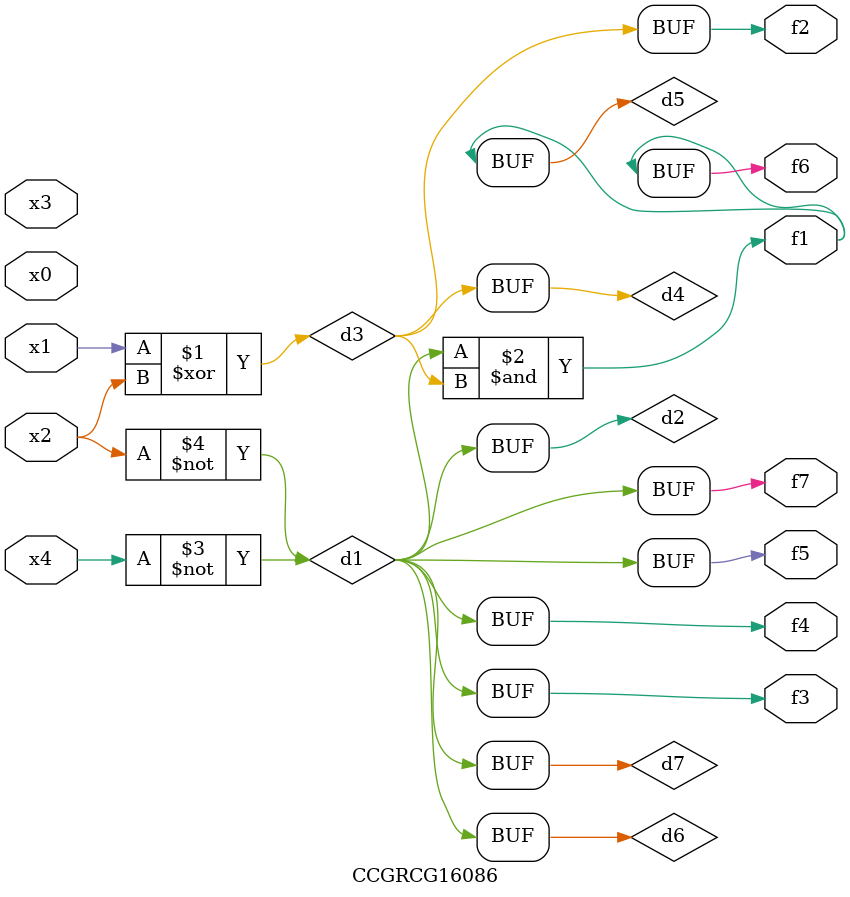
<source format=v>
module CCGRCG16086(
	input x0, x1, x2, x3, x4,
	output f1, f2, f3, f4, f5, f6, f7
);

	wire d1, d2, d3, d4, d5, d6, d7;

	not (d1, x4);
	not (d2, x2);
	xor (d3, x1, x2);
	buf (d4, d3);
	and (d5, d1, d3);
	buf (d6, d1, d2);
	buf (d7, d2);
	assign f1 = d5;
	assign f2 = d4;
	assign f3 = d7;
	assign f4 = d7;
	assign f5 = d7;
	assign f6 = d5;
	assign f7 = d7;
endmodule

</source>
